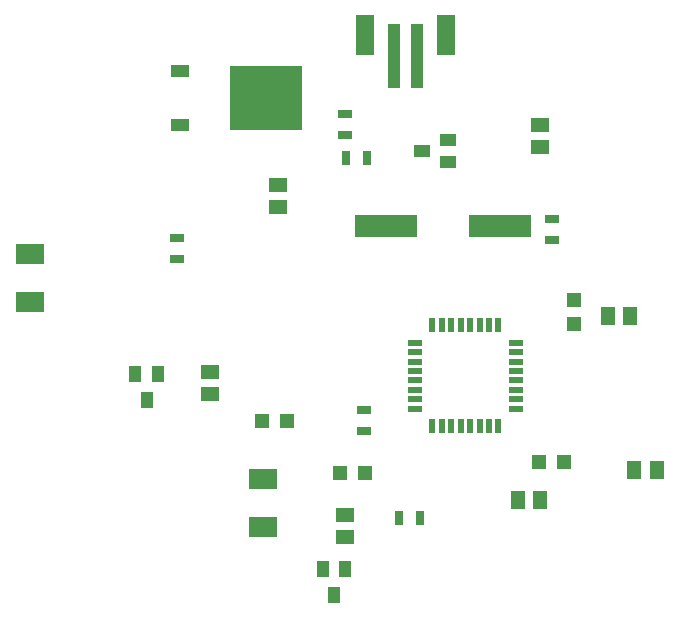
<source format=gtp>
G75*
%MOIN*%
%OFA0B0*%
%FSLAX25Y25*%
%IPPOS*%
%LPD*%
%AMOC8*
5,1,8,0,0,1.08239X$1,22.5*
%
%ADD10R,0.04724X0.03150*%
%ADD11R,0.03150X0.04724*%
%ADD12R,0.09449X0.07087*%
%ADD13R,0.03937X0.21654*%
%ADD14R,0.06299X0.13386*%
%ADD15R,0.24409X0.21260*%
%ADD16R,0.06299X0.03937*%
%ADD17R,0.04724X0.04724*%
%ADD18R,0.21000X0.07600*%
%ADD19R,0.03937X0.05512*%
%ADD20R,0.05512X0.03937*%
%ADD21R,0.05118X0.06299*%
%ADD22R,0.06299X0.05118*%
%ADD23R,0.02200X0.05000*%
%ADD24R,0.05000X0.02200*%
D10*
X0197379Y0077957D03*
X0197379Y0085043D03*
X0134879Y0135457D03*
X0134879Y0142543D03*
X0191129Y0176707D03*
X0191129Y0183793D03*
X0259879Y0148793D03*
X0259879Y0141707D03*
D11*
X0198422Y0169000D03*
X0191335Y0169000D03*
X0208835Y0049000D03*
X0215922Y0049000D03*
D12*
X0163629Y0046028D03*
X0163629Y0061972D03*
X0086129Y0121028D03*
X0086129Y0136972D03*
D13*
X0207192Y0203163D03*
X0215066Y0203163D03*
D14*
X0224515Y0210250D03*
X0197743Y0210250D03*
D15*
X0164721Y0189000D03*
D16*
X0135981Y0180024D03*
X0135981Y0197976D03*
D17*
X0267379Y0121884D03*
X0267379Y0113616D03*
X0264013Y0067750D03*
X0255745Y0067750D03*
X0197763Y0064000D03*
X0189495Y0064000D03*
X0171513Y0081500D03*
X0163245Y0081500D03*
D18*
X0204629Y0146500D03*
X0242629Y0146500D03*
D19*
X0124879Y0088419D03*
X0128619Y0097081D03*
X0121139Y0097081D03*
X0183639Y0032081D03*
X0191119Y0032081D03*
X0187379Y0023419D03*
D20*
X0225459Y0167760D03*
X0216798Y0171500D03*
X0225459Y0175240D03*
D21*
X0278639Y0116500D03*
X0286119Y0116500D03*
X0287389Y0065250D03*
X0294869Y0065250D03*
X0256119Y0055250D03*
X0248639Y0055250D03*
D22*
X0191129Y0050240D03*
X0191129Y0042760D03*
X0146129Y0090260D03*
X0146129Y0097740D03*
X0168629Y0152760D03*
X0168629Y0160240D03*
X0256129Y0172760D03*
X0256129Y0180240D03*
D23*
X0242152Y0113400D03*
X0239003Y0113400D03*
X0235853Y0113400D03*
X0232704Y0113400D03*
X0229554Y0113400D03*
X0226404Y0113400D03*
X0223255Y0113400D03*
X0220105Y0113400D03*
X0220105Y0079600D03*
X0223255Y0079600D03*
X0226404Y0079600D03*
X0229554Y0079600D03*
X0232704Y0079600D03*
X0235853Y0079600D03*
X0239003Y0079600D03*
X0242152Y0079600D03*
D24*
X0248029Y0085476D03*
X0248029Y0088626D03*
X0248029Y0091776D03*
X0248029Y0094925D03*
X0248029Y0098075D03*
X0248029Y0101224D03*
X0248029Y0104374D03*
X0248029Y0107524D03*
X0214229Y0107524D03*
X0214229Y0104374D03*
X0214229Y0101224D03*
X0214229Y0098075D03*
X0214229Y0094925D03*
X0214229Y0091776D03*
X0214229Y0088626D03*
X0214229Y0085476D03*
M02*

</source>
